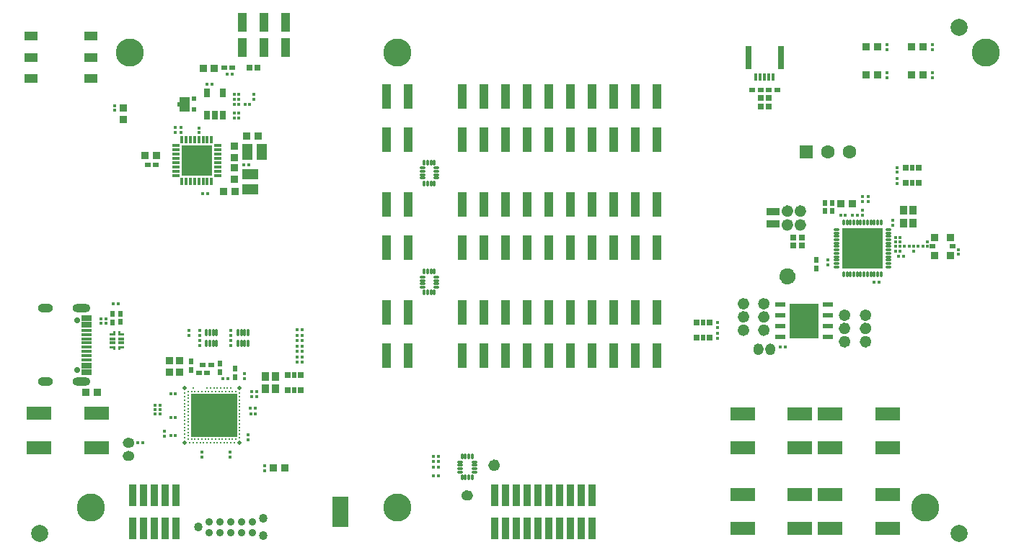
<source format=gts>
G04*
G04 #@! TF.GenerationSoftware,Altium Limited,Altium Designer,24.6.1 (21)*
G04*
G04 Layer_Color=8388736*
%FSLAX24Y24*%
%MOIN*%
G70*
G04*
G04 #@! TF.SameCoordinates,3324350E-0B28-4C73-BA69-32ECCD091292*
G04*
G04*
G04 #@! TF.FilePolarity,Negative*
G04*
G01*
G75*
%ADD69R,0.0236X0.0197*%
%ADD70C,0.0240*%
%ADD71C,0.0551*%
%ADD72R,0.0472X0.0079*%
%ADD73R,0.0079X0.0472*%
%ADD74R,0.0146X0.0157*%
%ADD75R,0.0157X0.0146*%
%ADD76O,0.0295X0.0118*%
%ADD77R,0.0354X0.0335*%
%ADD78R,0.0335X0.0354*%
%ADD79O,0.0358X0.0142*%
%ADD80R,0.0439X0.1169*%
%ADD81R,0.0472X0.0669*%
%ADD82R,0.0276X0.0433*%
%ADD83C,0.0349*%
%ADD84R,0.0488X0.0276*%
%ADD85R,0.0488X0.0157*%
%ADD86R,0.0276X0.0118*%
%ADD87R,0.0295X0.0236*%
%ADD88C,0.0118*%
%ADD89R,0.0374X0.0413*%
%ADD90R,0.0591X0.0335*%
%ADD91O,0.0142X0.0358*%
%ADD92R,0.1402X0.1402*%
%ADD93R,0.0492X0.0217*%
%ADD94R,0.1378X0.1614*%
%ADD95O,0.0114X0.0350*%
%ADD96O,0.0287X0.0118*%
%ADD97O,0.0118X0.0287*%
%ADD98C,0.0181*%
%ADD99C,0.0112*%
%ADD100R,0.2150X0.1992*%
%ADD101O,0.0118X0.0295*%
%ADD102R,0.1890X0.1890*%
%ADD103R,0.0768X0.1398*%
%ADD104R,0.1122X0.0591*%
%ADD105R,0.0630X0.0433*%
%ADD106R,0.0276X0.0256*%
%ADD107R,0.0256X0.0276*%
%ADD108R,0.0276X0.0276*%
%ADD109R,0.0197X0.0276*%
%ADD110R,0.0339X0.0984*%
%ADD111R,0.0441X0.0902*%
%ADD112R,0.0339X0.0359*%
%ADD113R,0.0484X0.0756*%
%ADD114R,0.0756X0.0484*%
%ADD115R,0.0276X0.1063*%
%ADD116R,0.0157X0.0354*%
%ADD117R,0.0354X0.0335*%
%ADD118R,0.0268X0.0236*%
%ADD119C,0.0787*%
%ADD120R,0.0236X0.0295*%
%ADD121R,0.0236X0.0276*%
%ADD122R,0.0276X0.0236*%
%ADD123R,0.0197X0.0197*%
%ADD124C,0.0276*%
%ADD125O,0.0709X0.0394*%
%ADD126O,0.0827X0.0394*%
%ADD127C,0.0630*%
%ADD128R,0.0630X0.0630*%
%ADD129C,0.0406*%
%ADD130C,0.1299*%
%ADD131C,0.0264*%
G36*
X4523Y10131D02*
X4527Y10130D01*
X4530Y10128D01*
X4533Y10125D01*
X4536Y10122D01*
X4538Y10119D01*
X4539Y10115D01*
X4539Y10111D01*
Y10053D01*
X4677D01*
X4681Y10052D01*
X4684Y10051D01*
X4688Y10049D01*
X4691Y10047D01*
X4693Y10044D01*
X4695Y10040D01*
X4696Y10037D01*
X4697Y10033D01*
Y9954D01*
X4696Y9950D01*
X4695Y9946D01*
X4693Y9943D01*
X4691Y9940D01*
X4688Y9938D01*
X4684Y9936D01*
X4681Y9935D01*
X4677Y9934D01*
X4441D01*
X4437Y9935D01*
X4433Y9936D01*
X4430Y9938D01*
X4427Y9940D01*
X4424Y9943D01*
X4422Y9946D01*
X4421Y9950D01*
X4421Y9954D01*
Y10111D01*
X4421Y10115D01*
X4422Y10119D01*
X4424Y10122D01*
X4427Y10125D01*
X4430Y10128D01*
X4433Y10130D01*
X4437Y10131D01*
X4441Y10131D01*
X4519D01*
X4523Y10131D01*
D02*
G37*
G36*
X4287D02*
X4291Y10130D01*
X4294Y10128D01*
X4297Y10125D01*
X4300Y10122D01*
X4301Y10119D01*
X4303Y10115D01*
X4303Y10111D01*
Y9954D01*
X4303Y9950D01*
X4301Y9946D01*
X4300Y9943D01*
X4297Y9940D01*
X4294Y9938D01*
X4291Y9936D01*
X4287Y9935D01*
X4283Y9934D01*
X4047D01*
X4043Y9935D01*
X4039Y9936D01*
X4036Y9938D01*
X4033Y9940D01*
X4031Y9943D01*
X4029Y9946D01*
X4028Y9950D01*
X4027Y9954D01*
Y10033D01*
X4028Y10037D01*
X4029Y10040D01*
X4031Y10044D01*
X4033Y10047D01*
X4036Y10049D01*
X4039Y10051D01*
X4043Y10052D01*
X4047Y10053D01*
X4185D01*
Y10111D01*
X4185Y10115D01*
X4186Y10119D01*
X4188Y10122D01*
X4190Y10125D01*
X4193Y10128D01*
X4197Y10130D01*
X4201Y10131D01*
X4204Y10131D01*
X4283D01*
X4287Y10131D01*
D02*
G37*
G36*
X34036Y9566D02*
X34038Y9566D01*
X34072Y9560D01*
X34074Y9559D01*
X34075Y9559D01*
X34107Y9547D01*
X34109Y9547D01*
X34111Y9546D01*
X34140Y9529D01*
X34142Y9528D01*
X34143Y9527D01*
X34169Y9505D01*
X34171Y9504D01*
X34172Y9502D01*
X34194Y9476D01*
X34195Y9475D01*
X34196Y9474D01*
X34213Y9444D01*
X34214Y9442D01*
X34215Y9441D01*
X34227Y9409D01*
X34227Y9407D01*
X34228Y9405D01*
X34231Y9389D01*
X34231Y9388D01*
X34232Y9382D01*
X34232Y9381D01*
X34232Y9381D01*
X34232Y9380D01*
X34232Y9378D01*
X34232Y9378D01*
X34232Y9377D01*
X34232Y9376D01*
X34232Y9374D01*
X34232Y9374D01*
X34232Y9373D01*
X34228Y9360D01*
X34228Y9360D01*
X34228Y9360D01*
X34227Y9358D01*
X34227Y9357D01*
X34227Y9356D01*
X34226Y9356D01*
X34225Y9355D01*
X34225Y9353D01*
X34224Y9353D01*
X34224Y9353D01*
X34216Y9342D01*
X34215Y9342D01*
X34215Y9342D01*
X34214Y9341D01*
X34213Y9340D01*
X34212Y9340D01*
X34212Y9339D01*
X34211Y9338D01*
X34210Y9338D01*
X34209Y9337D01*
X34209Y9337D01*
X34197Y9332D01*
X34196Y9331D01*
X34196Y9331D01*
X34194Y9331D01*
X34193Y9330D01*
X34193Y9330D01*
X34192Y9330D01*
X34191Y9330D01*
X34189Y9330D01*
X34189Y9330D01*
X34188Y9330D01*
X34182Y9330D01*
X33853Y9330D01*
X33853Y9330D01*
X33847Y9330D01*
X33846Y9330D01*
X33846Y9330D01*
X33844Y9330D01*
X33843Y9330D01*
X33843Y9330D01*
X33842Y9330D01*
X33841Y9331D01*
X33839Y9331D01*
X33839Y9331D01*
X33838Y9332D01*
X33826Y9337D01*
X33826Y9337D01*
X33825Y9338D01*
X33824Y9338D01*
X33823Y9339D01*
X33823Y9340D01*
X33822Y9340D01*
X33821Y9341D01*
X33820Y9342D01*
X33820Y9342D01*
X33819Y9342D01*
X33811Y9353D01*
X33811Y9353D01*
X33810Y9353D01*
X33810Y9355D01*
X33809Y9356D01*
X33809Y9356D01*
X33808Y9357D01*
X33808Y9358D01*
X33807Y9360D01*
X33807Y9360D01*
X33807Y9360D01*
X33804Y9373D01*
X33804Y9374D01*
X33803Y9374D01*
X33803Y9376D01*
X33803Y9377D01*
X33803Y9378D01*
X33803Y9378D01*
X33803Y9380D01*
X33803Y9381D01*
X33803Y9381D01*
X33803Y9382D01*
X33804Y9389D01*
Y9389D01*
X33808Y9405D01*
X33808Y9407D01*
X33808Y9409D01*
X33820Y9441D01*
X33821Y9442D01*
X33822Y9444D01*
X33839Y9474D01*
X33840Y9475D01*
X33841Y9476D01*
X33863Y9502D01*
X33864Y9504D01*
X33866Y9505D01*
X33892Y9527D01*
X33893Y9528D01*
X33895Y9529D01*
X33925Y9546D01*
X33926Y9547D01*
X33928Y9547D01*
X33960Y9559D01*
X33962Y9559D01*
X33963Y9560D01*
X33997Y9566D01*
X33999Y9566D01*
X34000Y9566D01*
X34018Y9566D01*
X34035Y9566D01*
X34036Y9566D01*
D02*
G37*
G36*
X34583Y9562D02*
X34585Y9562D01*
X34619Y9556D01*
X34620Y9556D01*
X34622Y9555D01*
X34654Y9544D01*
X34656Y9543D01*
X34657Y9542D01*
X34687Y9525D01*
X34688Y9524D01*
X34690Y9523D01*
X34716Y9501D01*
X34717Y9500D01*
X34719Y9499D01*
X34741Y9473D01*
X34742Y9471D01*
X34743Y9470D01*
X34760Y9440D01*
X34761Y9439D01*
X34761Y9437D01*
X34773Y9405D01*
X34774Y9403D01*
X34774Y9402D01*
X34777Y9385D01*
X34777Y9385D01*
X34779Y9378D01*
X34779Y9378D01*
X34779Y9377D01*
X34779Y9376D01*
X34779Y9374D01*
X34779Y9374D01*
X34779Y9374D01*
X34779Y9372D01*
X34778Y9371D01*
X34778Y9370D01*
X34778Y9370D01*
X34775Y9357D01*
X34775Y9356D01*
X34775Y9356D01*
X34774Y9355D01*
X34773Y9353D01*
X34773Y9353D01*
X34773Y9352D01*
X34772Y9351D01*
X34771Y9350D01*
X34771Y9349D01*
X34771Y9349D01*
X34762Y9339D01*
X34762Y9339D01*
X34762Y9338D01*
X34761Y9337D01*
X34760Y9336D01*
X34759Y9336D01*
X34759Y9336D01*
X34758Y9335D01*
X34756Y9334D01*
X34756Y9334D01*
X34756Y9334D01*
X34743Y9328D01*
X34743Y9328D01*
X34743Y9328D01*
X34741Y9327D01*
X34740Y9327D01*
X34739Y9327D01*
X34739Y9326D01*
X34737Y9326D01*
X34736Y9326D01*
X34735Y9326D01*
X34735Y9326D01*
X34728Y9326D01*
X34400Y9326D01*
X34400Y9326D01*
X34394Y9326D01*
X34393Y9326D01*
X34393Y9326D01*
X34391Y9326D01*
X34390Y9326D01*
X34389Y9327D01*
X34389Y9327D01*
X34387Y9327D01*
X34386Y9328D01*
X34386Y9328D01*
X34385Y9328D01*
X34373Y9334D01*
X34373Y9334D01*
X34372Y9334D01*
X34371Y9335D01*
X34370Y9336D01*
X34369Y9336D01*
X34369Y9336D01*
X34368Y9337D01*
X34367Y9338D01*
X34367Y9338D01*
X34366Y9339D01*
X34358Y9349D01*
X34357Y9349D01*
X34357Y9350D01*
X34356Y9351D01*
X34355Y9352D01*
X34355Y9353D01*
X34355Y9353D01*
X34355Y9355D01*
X34354Y9356D01*
X34354Y9356D01*
X34354Y9357D01*
X34350Y9370D01*
X34350Y9370D01*
X34350Y9371D01*
X34350Y9372D01*
X34350Y9374D01*
X34350Y9374D01*
X34350Y9374D01*
X34350Y9376D01*
X34350Y9377D01*
X34350Y9378D01*
X34350Y9378D01*
X34351Y9385D01*
Y9385D01*
X34354Y9402D01*
X34355Y9403D01*
X34355Y9405D01*
X34367Y9437D01*
X34368Y9439D01*
X34369Y9440D01*
X34386Y9470D01*
X34387Y9471D01*
X34388Y9473D01*
X34410Y9499D01*
X34411Y9500D01*
X34412Y9501D01*
X34439Y9523D01*
X34440Y9524D01*
X34442Y9525D01*
X34471Y9542D01*
X34473Y9543D01*
X34474Y9544D01*
X34507Y9555D01*
X34508Y9556D01*
X34510Y9556D01*
X34544Y9562D01*
X34545Y9562D01*
X34547Y9562D01*
X34564Y9562D01*
X34581Y9562D01*
X34583Y9562D01*
D02*
G37*
G36*
X34182Y9290D02*
X34188Y9290D01*
X34189Y9290D01*
X34189Y9290D01*
X34191Y9290D01*
X34192Y9290D01*
X34193Y9290D01*
X34193Y9290D01*
X34194Y9289D01*
X34196Y9289D01*
X34196Y9289D01*
X34197Y9289D01*
X34209Y9283D01*
X34209Y9283D01*
X34210Y9283D01*
X34211Y9282D01*
X34212Y9281D01*
X34212Y9281D01*
X34213Y9280D01*
X34214Y9279D01*
X34215Y9278D01*
X34215Y9278D01*
X34216Y9278D01*
X34224Y9267D01*
X34224Y9267D01*
X34225Y9267D01*
X34225Y9265D01*
X34226Y9264D01*
X34227Y9264D01*
X34227Y9263D01*
X34227Y9262D01*
X34228Y9261D01*
X34228Y9260D01*
X34228Y9260D01*
X34232Y9247D01*
X34232Y9246D01*
X34232Y9246D01*
X34232Y9244D01*
X34232Y9243D01*
X34232Y9243D01*
X34232Y9242D01*
X34232Y9241D01*
X34232Y9239D01*
X34232Y9239D01*
X34232Y9238D01*
X34231Y9232D01*
Y9232D01*
X34228Y9215D01*
X34227Y9213D01*
X34227Y9211D01*
X34215Y9179D01*
X34214Y9178D01*
X34213Y9176D01*
X34196Y9147D01*
X34195Y9145D01*
X34194Y9144D01*
X34172Y9118D01*
X34171Y9116D01*
X34169Y9115D01*
X34143Y9093D01*
X34142Y9092D01*
X34140Y9091D01*
X34111Y9074D01*
X34109Y9074D01*
X34107Y9073D01*
X34075Y9061D01*
X34073Y9061D01*
X34072Y9060D01*
X34038Y9054D01*
X34036Y9054D01*
X34035Y9054D01*
X34018Y9054D01*
X34000Y9054D01*
X33999Y9054D01*
X33997Y9054D01*
X33963Y9060D01*
X33962Y9061D01*
X33960Y9061D01*
X33928Y9073D01*
X33926Y9074D01*
X33925Y9074D01*
X33895Y9091D01*
X33893Y9092D01*
X33892Y9093D01*
X33866Y9115D01*
X33864Y9116D01*
X33863Y9118D01*
X33841Y9144D01*
X33840Y9145D01*
X33839Y9147D01*
X33822Y9176D01*
X33821Y9178D01*
X33820Y9179D01*
X33808Y9211D01*
X33808Y9213D01*
X33808Y9215D01*
X33804Y9232D01*
X33804Y9232D01*
X33803Y9238D01*
X33803Y9239D01*
X33803Y9239D01*
X33803Y9241D01*
X33803Y9242D01*
X33803Y9243D01*
X33803Y9243D01*
X33803Y9244D01*
X33803Y9246D01*
X33804Y9246D01*
X33804Y9247D01*
X33807Y9260D01*
X33807Y9260D01*
X33807Y9261D01*
X33808Y9262D01*
X33808Y9263D01*
X33809Y9264D01*
X33809Y9264D01*
X33810Y9265D01*
X33810Y9267D01*
X33811Y9267D01*
X33811Y9267D01*
X33819Y9278D01*
X33820Y9278D01*
X33820Y9278D01*
X33821Y9279D01*
X33822Y9280D01*
X33823Y9281D01*
X33823Y9281D01*
X33824Y9282D01*
X33825Y9283D01*
X33826Y9283D01*
X33826Y9283D01*
X33838Y9289D01*
X33839Y9289D01*
X33839Y9289D01*
X33841Y9289D01*
X33842Y9290D01*
X33843Y9290D01*
X33843Y9290D01*
X33844Y9290D01*
X33846Y9290D01*
X33846Y9290D01*
X33847Y9290D01*
X33853Y9290D01*
X34182Y9290D01*
X34182Y9290D01*
D02*
G37*
G36*
X34728Y9287D02*
X34735Y9287D01*
X34735Y9287D01*
X34736Y9287D01*
X34737Y9287D01*
X34739Y9286D01*
X34739Y9286D01*
X34740Y9286D01*
X34741Y9286D01*
X34743Y9285D01*
X34743Y9285D01*
X34743Y9285D01*
X34756Y9279D01*
X34756Y9279D01*
X34756Y9279D01*
X34758Y9278D01*
X34759Y9277D01*
X34759Y9277D01*
X34760Y9277D01*
X34761Y9276D01*
X34762Y9275D01*
X34762Y9274D01*
X34762Y9274D01*
X34771Y9264D01*
X34771Y9263D01*
X34771Y9263D01*
X34772Y9262D01*
X34773Y9261D01*
X34773Y9260D01*
X34773Y9260D01*
X34774Y9258D01*
X34775Y9257D01*
X34775Y9257D01*
X34775Y9256D01*
X34778Y9243D01*
X34778Y9243D01*
X34778Y9242D01*
X34779Y9241D01*
X34779Y9239D01*
X34779Y9239D01*
X34779Y9238D01*
X34779Y9237D01*
X34779Y9235D01*
X34779Y9235D01*
X34779Y9235D01*
X34777Y9228D01*
Y9228D01*
X34774Y9211D01*
X34774Y9210D01*
X34773Y9208D01*
X34761Y9176D01*
X34761Y9174D01*
X34760Y9173D01*
X34743Y9143D01*
X34742Y9142D01*
X34741Y9140D01*
X34719Y9114D01*
X34717Y9113D01*
X34716Y9112D01*
X34690Y9090D01*
X34688Y9089D01*
X34687Y9088D01*
X34657Y9071D01*
X34656Y9070D01*
X34654Y9069D01*
X34622Y9058D01*
X34620Y9057D01*
X34619Y9057D01*
X34585Y9051D01*
X34583Y9051D01*
X34581Y9050D01*
X34564Y9050D01*
X34547Y9050D01*
X34545Y9051D01*
X34544Y9051D01*
X34510Y9057D01*
X34508Y9057D01*
X34507Y9058D01*
X34474Y9069D01*
X34473Y9070D01*
X34471Y9071D01*
X34442Y9088D01*
X34440Y9089D01*
X34439Y9090D01*
X34412Y9112D01*
X34411Y9113D01*
X34410Y9114D01*
X34388Y9140D01*
X34387Y9142D01*
X34386Y9143D01*
X34369Y9173D01*
X34368Y9174D01*
X34367Y9176D01*
X34355Y9208D01*
X34355Y9209D01*
X34354Y9211D01*
X34351Y9228D01*
X34351Y9228D01*
X34350Y9235D01*
X34350Y9235D01*
X34350Y9235D01*
X34350Y9237D01*
X34350Y9238D01*
X34350Y9239D01*
X34350Y9239D01*
X34350Y9241D01*
X34350Y9242D01*
X34350Y9243D01*
X34350Y9243D01*
X34354Y9256D01*
X34354Y9257D01*
X34354Y9257D01*
X34355Y9258D01*
X34355Y9260D01*
X34355Y9260D01*
X34355Y9261D01*
X34356Y9262D01*
X34357Y9263D01*
X34357Y9263D01*
X34358Y9264D01*
X34366Y9274D01*
X34367Y9274D01*
X34367Y9275D01*
X34368Y9276D01*
X34369Y9277D01*
X34369Y9277D01*
X34370Y9277D01*
X34371Y9278D01*
X34372Y9279D01*
X34373Y9279D01*
X34373Y9279D01*
X34385Y9285D01*
X34386Y9285D01*
X34386Y9285D01*
X34387Y9286D01*
X34389Y9286D01*
X34389Y9286D01*
X34390Y9286D01*
X34391Y9287D01*
X34393Y9287D01*
X34393Y9287D01*
X34394Y9287D01*
X34400Y9287D01*
X34728Y9287D01*
X34728Y9287D01*
D02*
G37*
G36*
X4681Y9462D02*
X4684Y9460D01*
X4688Y9459D01*
X4691Y9456D01*
X4693Y9453D01*
X4695Y9450D01*
X4696Y9446D01*
X4697Y9442D01*
Y9363D01*
X4696Y9360D01*
X4695Y9356D01*
X4693Y9352D01*
X4691Y9349D01*
X4688Y9347D01*
X4684Y9345D01*
X4681Y9344D01*
X4677Y9344D01*
X4539D01*
Y9285D01*
X4539Y9281D01*
X4538Y9277D01*
X4536Y9274D01*
X4533Y9271D01*
X4530Y9268D01*
X4527Y9266D01*
X4523Y9265D01*
X4519Y9265D01*
X4441D01*
X4437Y9265D01*
X4433Y9266D01*
X4430Y9268D01*
X4427Y9271D01*
X4424Y9274D01*
X4422Y9277D01*
X4421Y9281D01*
X4421Y9285D01*
Y9442D01*
X4421Y9446D01*
X4422Y9450D01*
X4424Y9453D01*
X4427Y9456D01*
X4430Y9459D01*
X4433Y9460D01*
X4437Y9462D01*
X4441Y9462D01*
X4677D01*
X4681Y9462D01*
D02*
G37*
G36*
X4287D02*
X4291Y9460D01*
X4294Y9459D01*
X4297Y9456D01*
X4300Y9453D01*
X4301Y9450D01*
X4303Y9446D01*
X4303Y9442D01*
Y9285D01*
X4303Y9281D01*
X4301Y9277D01*
X4300Y9274D01*
X4297Y9271D01*
X4294Y9268D01*
X4291Y9266D01*
X4287Y9265D01*
X4283Y9265D01*
X4204D01*
X4201Y9265D01*
X4197Y9266D01*
X4193Y9268D01*
X4190Y9271D01*
X4188Y9274D01*
X4186Y9277D01*
X4185Y9281D01*
X4185Y9285D01*
Y9344D01*
X4047D01*
X4043Y9344D01*
X4039Y9345D01*
X4036Y9347D01*
X4033Y9349D01*
X4031Y9352D01*
X4029Y9356D01*
X4028Y9360D01*
X4027Y9363D01*
Y9442D01*
X4028Y9446D01*
X4029Y9450D01*
X4031Y9453D01*
X4033Y9456D01*
X4036Y9459D01*
X4039Y9460D01*
X4043Y9462D01*
X4047Y9462D01*
X4283D01*
X4287Y9462D01*
D02*
G37*
G36*
X4971Y5189D02*
X4973Y5189D01*
X4973Y5189D01*
X4974Y5189D01*
X4980Y5187D01*
X4980D01*
X4997Y5184D01*
X4999Y5184D01*
X5000Y5183D01*
X5032Y5172D01*
X5034Y5171D01*
X5036Y5170D01*
X5065Y5153D01*
X5066Y5152D01*
X5068Y5151D01*
X5094Y5129D01*
X5095Y5127D01*
X5096Y5126D01*
X5118Y5100D01*
X5119Y5098D01*
X5120Y5097D01*
X5137Y5067D01*
X5138Y5066D01*
X5139Y5064D01*
X5151Y5032D01*
X5151Y5030D01*
X5151Y5029D01*
X5157Y4995D01*
X5158Y4993D01*
X5158Y4992D01*
X5158Y4974D01*
X5158Y4957D01*
X5158Y4956D01*
X5157Y4954D01*
X5151Y4920D01*
X5151Y4918D01*
X5151Y4917D01*
X5139Y4885D01*
X5138Y4883D01*
X5137Y4881D01*
X5120Y4852D01*
X5119Y4850D01*
X5118Y4849D01*
X5096Y4823D01*
X5095Y4821D01*
X5094Y4820D01*
X5068Y4798D01*
X5067Y4797D01*
X5065Y4796D01*
X5036Y4779D01*
X5034Y4778D01*
X5032Y4777D01*
X5000Y4765D01*
X4999Y4765D01*
X4997Y4764D01*
X4980Y4761D01*
X4980Y4761D01*
X4974Y4760D01*
X4973Y4760D01*
X4973Y4760D01*
X4971Y4760D01*
X4970Y4760D01*
X4969Y4760D01*
X4969Y4760D01*
X4967Y4760D01*
X4966Y4760D01*
X4965Y4760D01*
X4965Y4760D01*
X4952Y4764D01*
X4952Y4764D01*
X4951Y4764D01*
X4950Y4765D01*
X4948Y4765D01*
X4948Y4765D01*
X4948Y4766D01*
X4946Y4766D01*
X4945Y4767D01*
X4945Y4768D01*
X4944Y4768D01*
X4934Y4776D01*
X4934Y4777D01*
X4933Y4777D01*
X4932Y4778D01*
X4931Y4779D01*
X4931Y4780D01*
X4931Y4780D01*
X4930Y4781D01*
X4929Y4782D01*
X4929Y4783D01*
X4929Y4783D01*
X4923Y4795D01*
X4923Y4796D01*
X4923Y4796D01*
X4922Y4798D01*
X4922Y4799D01*
X4922Y4799D01*
X4922Y4800D01*
X4922Y4801D01*
X4921Y4803D01*
X4921Y4803D01*
X4921Y4804D01*
X4921Y4810D01*
X4921Y5138D01*
X4921Y5138D01*
X4921Y5145D01*
X4921Y5146D01*
X4921Y5146D01*
X4922Y5148D01*
X4922Y5149D01*
X4922Y5149D01*
X4922Y5150D01*
X4922Y5151D01*
X4923Y5153D01*
X4923Y5153D01*
X4923Y5154D01*
X4929Y5166D01*
X4929Y5166D01*
X4929Y5166D01*
X4930Y5168D01*
X4931Y5169D01*
X4931Y5169D01*
X4931Y5170D01*
X4932Y5171D01*
X4933Y5172D01*
X4934Y5172D01*
X4934Y5172D01*
X4944Y5181D01*
X4945Y5181D01*
X4945Y5182D01*
X4946Y5182D01*
X4948Y5183D01*
X4948Y5183D01*
X4948Y5184D01*
X4950Y5184D01*
X4951Y5185D01*
X4952Y5185D01*
X4952Y5185D01*
X4965Y5188D01*
X4965Y5188D01*
X4966Y5189D01*
X4967Y5189D01*
X4969Y5189D01*
X4969Y5189D01*
X4970Y5189D01*
X4971Y5189D01*
D02*
G37*
G36*
X4834Y5189D02*
X4835Y5189D01*
X4836Y5189D01*
X4838Y5189D01*
X4838Y5188D01*
X4838Y5188D01*
X4851Y5185D01*
X4852Y5185D01*
X4852Y5185D01*
X4854Y5184D01*
X4855Y5184D01*
X4855Y5183D01*
X4856Y5183D01*
X4857Y5182D01*
X4858Y5182D01*
X4859Y5181D01*
X4859Y5181D01*
X4869Y5172D01*
X4870Y5172D01*
X4870Y5172D01*
X4871Y5171D01*
X4872Y5170D01*
X4872Y5169D01*
X4873Y5169D01*
X4873Y5168D01*
X4874Y5166D01*
X4874Y5166D01*
X4875Y5166D01*
X4880Y5154D01*
X4880Y5153D01*
X4881Y5153D01*
X4881Y5151D01*
X4882Y5150D01*
X4882Y5149D01*
X4882Y5149D01*
X4882Y5148D01*
X4882Y5146D01*
X4882Y5146D01*
X4882Y5145D01*
X4882Y5138D01*
X4882Y4810D01*
X4882Y4810D01*
X4882Y4804D01*
X4882Y4803D01*
X4882Y4803D01*
X4882Y4801D01*
X4882Y4800D01*
X4882Y4799D01*
X4882Y4799D01*
X4881Y4798D01*
X4881Y4796D01*
X4880Y4796D01*
X4880Y4795D01*
X4875Y4783D01*
X4874Y4783D01*
X4874Y4782D01*
X4873Y4781D01*
X4873Y4780D01*
X4872Y4780D01*
X4872Y4779D01*
X4871Y4778D01*
X4870Y4777D01*
X4870Y4777D01*
X4869Y4776D01*
X4859Y4768D01*
X4859Y4768D01*
X4858Y4767D01*
X4857Y4766D01*
X4856Y4766D01*
X4855Y4765D01*
X4855Y4765D01*
X4854Y4765D01*
X4852Y4764D01*
X4852Y4764D01*
X4851Y4764D01*
X4838Y4760D01*
X4838Y4760D01*
X4838Y4760D01*
X4836Y4760D01*
X4835Y4760D01*
X4834Y4760D01*
X4834Y4760D01*
X4832Y4760D01*
X4831Y4760D01*
X4830Y4760D01*
X4830Y4760D01*
X4823Y4761D01*
X4823D01*
X4806Y4764D01*
X4805Y4765D01*
X4803Y4765D01*
X4771Y4777D01*
X4769Y4778D01*
X4768Y4779D01*
X4738Y4796D01*
X4737Y4797D01*
X4735Y4798D01*
X4709Y4820D01*
X4708Y4821D01*
X4707Y4823D01*
X4685Y4849D01*
X4684Y4850D01*
X4683Y4852D01*
X4666Y4881D01*
X4665Y4883D01*
X4664Y4885D01*
X4653Y4917D01*
X4652Y4918D01*
X4652Y4920D01*
X4646Y4954D01*
X4646Y4956D01*
X4646Y4957D01*
X4646Y4974D01*
X4646Y4992D01*
X4646Y4993D01*
X4646Y4995D01*
X4652Y5029D01*
X4652Y5030D01*
X4653Y5032D01*
X4664Y5064D01*
X4665Y5066D01*
X4666Y5067D01*
X4683Y5097D01*
X4684Y5099D01*
X4685Y5100D01*
X4707Y5126D01*
X4708Y5127D01*
X4709Y5129D01*
X4735Y5151D01*
X4737Y5152D01*
X4738Y5153D01*
X4768Y5170D01*
X4769Y5171D01*
X4771Y5172D01*
X4803Y5183D01*
X4805Y5184D01*
X4806Y5184D01*
X4823Y5187D01*
X4823Y5188D01*
X4830Y5189D01*
X4830Y5189D01*
X4831Y5189D01*
X4832Y5189D01*
X4834Y5189D01*
X4834Y5189D01*
D02*
G37*
G36*
X4971Y4580D02*
X4973Y4580D01*
X4973Y4580D01*
X4974Y4580D01*
X4980Y4579D01*
X4980D01*
X4997Y4576D01*
X4999Y4575D01*
X5000Y4575D01*
X5032Y4563D01*
X5034Y4562D01*
X5036Y4561D01*
X5065Y4544D01*
X5066Y4543D01*
X5068Y4542D01*
X5094Y4520D01*
X5095Y4519D01*
X5096Y4517D01*
X5118Y4491D01*
X5119Y4490D01*
X5120Y4488D01*
X5137Y4459D01*
X5138Y4457D01*
X5139Y4455D01*
X5151Y4423D01*
X5151Y4422D01*
X5151Y4420D01*
X5157Y4386D01*
X5158Y4384D01*
X5158Y4383D01*
X5158Y4366D01*
X5158Y4348D01*
X5158Y4347D01*
X5157Y4345D01*
X5151Y4311D01*
X5151Y4310D01*
X5151Y4308D01*
X5139Y4276D01*
X5138Y4274D01*
X5137Y4273D01*
X5120Y4243D01*
X5119Y4241D01*
X5118Y4240D01*
X5096Y4214D01*
X5095Y4213D01*
X5094Y4211D01*
X5068Y4189D01*
X5067Y4188D01*
X5065Y4187D01*
X5036Y4170D01*
X5034Y4169D01*
X5032Y4168D01*
X5000Y4157D01*
X4999Y4156D01*
X4997Y4156D01*
X4980Y4153D01*
X4980Y4153D01*
X4974Y4151D01*
X4973Y4151D01*
X4973Y4151D01*
X4971Y4151D01*
X4970Y4151D01*
X4969Y4151D01*
X4969Y4151D01*
X4967Y4151D01*
X4966Y4151D01*
X4965Y4152D01*
X4965Y4152D01*
X4952Y4155D01*
X4952Y4155D01*
X4951Y4155D01*
X4950Y4156D01*
X4948Y4156D01*
X4948Y4157D01*
X4948Y4157D01*
X4946Y4158D01*
X4945Y4158D01*
X4945Y4159D01*
X4944Y4159D01*
X4934Y4168D01*
X4934Y4168D01*
X4933Y4168D01*
X4932Y4169D01*
X4931Y4170D01*
X4931Y4171D01*
X4931Y4171D01*
X4930Y4172D01*
X4929Y4174D01*
X4929Y4174D01*
X4929Y4174D01*
X4923Y4186D01*
X4923Y4187D01*
X4923Y4187D01*
X4922Y4189D01*
X4922Y4190D01*
X4922Y4191D01*
X4922Y4191D01*
X4922Y4192D01*
X4921Y4194D01*
X4921Y4194D01*
X4921Y4195D01*
X4921Y4202D01*
X4921Y4530D01*
X4921Y4530D01*
X4921Y4536D01*
X4921Y4537D01*
X4921Y4537D01*
X4922Y4539D01*
X4922Y4540D01*
X4922Y4541D01*
X4922Y4541D01*
X4922Y4542D01*
X4923Y4544D01*
X4923Y4544D01*
X4923Y4545D01*
X4929Y4557D01*
X4929Y4557D01*
X4929Y4558D01*
X4930Y4559D01*
X4931Y4560D01*
X4931Y4561D01*
X4931Y4561D01*
X4932Y4562D01*
X4933Y4563D01*
X4934Y4563D01*
X4934Y4564D01*
X4944Y4572D01*
X4945Y4572D01*
X4945Y4573D01*
X4946Y4574D01*
X4948Y4574D01*
X4948Y4575D01*
X4948Y4575D01*
X4950Y4575D01*
X4951Y4576D01*
X4952Y4576D01*
X4952Y4576D01*
X4965Y4580D01*
X4965Y4580D01*
X4966Y4580D01*
X4967Y4580D01*
X4969Y4580D01*
X4969Y4580D01*
X4970Y4580D01*
X4971Y4580D01*
D02*
G37*
G36*
X4834Y4580D02*
X4835Y4580D01*
X4836Y4580D01*
X4838Y4580D01*
X4838Y4580D01*
X4838Y4580D01*
X4851Y4576D01*
X4852Y4576D01*
X4852Y4576D01*
X4854Y4575D01*
X4855Y4575D01*
X4855Y4575D01*
X4856Y4574D01*
X4857Y4574D01*
X4858Y4573D01*
X4859Y4572D01*
X4859Y4572D01*
X4869Y4564D01*
X4870Y4563D01*
X4870Y4563D01*
X4871Y4562D01*
X4872Y4561D01*
X4872Y4561D01*
X4873Y4560D01*
X4873Y4559D01*
X4874Y4558D01*
X4874Y4557D01*
X4875Y4557D01*
X4880Y4545D01*
X4880Y4544D01*
X4881Y4544D01*
X4881Y4542D01*
X4882Y4541D01*
X4882Y4541D01*
X4882Y4540D01*
X4882Y4539D01*
X4882Y4537D01*
X4882Y4537D01*
X4882Y4536D01*
X4882Y4530D01*
X4882Y4202D01*
X4882Y4202D01*
X4882Y4195D01*
X4882Y4194D01*
X4882Y4194D01*
X4882Y4193D01*
X4882Y4191D01*
X4882Y4191D01*
X4882Y4190D01*
X4881Y4189D01*
X4881Y4187D01*
X4880Y4187D01*
X4880Y4186D01*
X4875Y4174D01*
X4874Y4174D01*
X4874Y4174D01*
X4873Y4172D01*
X4873Y4171D01*
X4872Y4171D01*
X4872Y4170D01*
X4871Y4169D01*
X4870Y4168D01*
X4870Y4168D01*
X4869Y4168D01*
X4859Y4159D01*
X4859Y4159D01*
X4858Y4158D01*
X4857Y4158D01*
X4856Y4157D01*
X4855Y4157D01*
X4855Y4156D01*
X4854Y4156D01*
X4852Y4155D01*
X4852Y4155D01*
X4851Y4155D01*
X4838Y4152D01*
X4838Y4152D01*
X4838Y4151D01*
X4836Y4151D01*
X4835Y4151D01*
X4834Y4151D01*
X4834Y4151D01*
X4832Y4151D01*
X4831Y4151D01*
X4830Y4151D01*
X4830Y4151D01*
X4823Y4153D01*
X4823D01*
X4806Y4156D01*
X4805Y4156D01*
X4803Y4157D01*
X4771Y4168D01*
X4769Y4169D01*
X4768Y4170D01*
X4738Y4187D01*
X4737Y4188D01*
X4735Y4189D01*
X4709Y4211D01*
X4708Y4213D01*
X4707Y4214D01*
X4685Y4240D01*
X4684Y4242D01*
X4683Y4243D01*
X4666Y4273D01*
X4665Y4274D01*
X4664Y4276D01*
X4653Y4308D01*
X4652Y4310D01*
X4652Y4311D01*
X4646Y4345D01*
X4646Y4347D01*
X4646Y4348D01*
X4646Y4366D01*
X4646Y4383D01*
X4646Y4384D01*
X4646Y4386D01*
X4652Y4420D01*
X4652Y4422D01*
X4653Y4423D01*
X4664Y4455D01*
X4665Y4457D01*
X4666Y4459D01*
X4683Y4488D01*
X4684Y4490D01*
X4685Y4491D01*
X4707Y4517D01*
X4708Y4519D01*
X4709Y4520D01*
X4735Y4542D01*
X4737Y4543D01*
X4738Y4544D01*
X4768Y4561D01*
X4769Y4562D01*
X4771Y4563D01*
X4803Y4575D01*
X4805Y4575D01*
X4806Y4576D01*
X4823Y4579D01*
X4823Y4579D01*
X4830Y4580D01*
X4830Y4580D01*
X4831Y4580D01*
X4832Y4580D01*
X4834Y4580D01*
X4834Y4580D01*
D02*
G37*
G36*
X20623Y2754D02*
X20624Y2754D01*
X20625Y2754D01*
X20625Y2754D01*
X20632Y2752D01*
X20632D01*
X20648Y2749D01*
X20650Y2749D01*
X20652Y2748D01*
X20684Y2737D01*
X20685Y2736D01*
X20687Y2735D01*
X20717Y2718D01*
X20718Y2717D01*
X20719Y2716D01*
X20746Y2694D01*
X20747Y2692D01*
X20748Y2691D01*
X20770Y2665D01*
X20771Y2663D01*
X20772Y2662D01*
X20789Y2632D01*
X20790Y2631D01*
X20790Y2629D01*
X20802Y2597D01*
X20803Y2595D01*
X20803Y2594D01*
X20809Y2560D01*
X20809Y2558D01*
X20809Y2557D01*
X20809Y2539D01*
X20809Y2522D01*
X20809Y2521D01*
X20809Y2519D01*
X20803Y2485D01*
X20803Y2483D01*
X20802Y2482D01*
X20790Y2450D01*
X20790Y2448D01*
X20789Y2446D01*
X20772Y2417D01*
X20771Y2415D01*
X20770Y2414D01*
X20748Y2388D01*
X20747Y2386D01*
X20746Y2385D01*
X20719Y2363D01*
X20718Y2362D01*
X20717Y2361D01*
X20687Y2344D01*
X20685Y2343D01*
X20684Y2342D01*
X20652Y2330D01*
X20650Y2330D01*
X20648Y2329D01*
X20632Y2326D01*
X20632Y2326D01*
X20625Y2325D01*
X20625Y2325D01*
X20624Y2325D01*
X20623Y2325D01*
X20621Y2325D01*
X20621Y2325D01*
X20620Y2325D01*
X20619Y2325D01*
X20617Y2325D01*
X20617Y2325D01*
X20616Y2325D01*
X20603Y2329D01*
X20603Y2329D01*
X20603Y2329D01*
X20601Y2330D01*
X20600Y2330D01*
X20599Y2330D01*
X20599Y2331D01*
X20598Y2331D01*
X20597Y2332D01*
X20596Y2332D01*
X20596Y2333D01*
X20586Y2341D01*
X20585Y2342D01*
X20585Y2342D01*
X20584Y2343D01*
X20583Y2344D01*
X20583Y2344D01*
X20582Y2345D01*
X20582Y2346D01*
X20581Y2347D01*
X20581Y2348D01*
X20580Y2348D01*
X20575Y2360D01*
X20574Y2361D01*
X20574Y2361D01*
X20574Y2362D01*
X20573Y2364D01*
X20573Y2364D01*
X20573Y2365D01*
X20573Y2366D01*
X20573Y2368D01*
X20573Y2368D01*
X20573Y2369D01*
X20573Y2375D01*
X20573Y2703D01*
X20573Y2703D01*
X20573Y2710D01*
X20573Y2711D01*
X20573Y2711D01*
X20573Y2712D01*
X20573Y2714D01*
X20573Y2714D01*
X20573Y2715D01*
X20574Y2716D01*
X20574Y2718D01*
X20574Y2718D01*
X20575Y2718D01*
X20580Y2731D01*
X20581Y2731D01*
X20581Y2731D01*
X20582Y2733D01*
X20582Y2734D01*
X20583Y2734D01*
X20583Y2735D01*
X20584Y2736D01*
X20585Y2737D01*
X20585Y2737D01*
X20586Y2737D01*
X20596Y2746D01*
X20596Y2746D01*
X20597Y2747D01*
X20598Y2747D01*
X20599Y2748D01*
X20599Y2748D01*
X20600Y2749D01*
X20601Y2749D01*
X20603Y2750D01*
X20603Y2750D01*
X20603Y2750D01*
X20616Y2753D01*
X20617Y2753D01*
X20617Y2754D01*
X20619Y2754D01*
X20620Y2754D01*
X20621Y2754D01*
X20621Y2754D01*
X20623Y2754D01*
D02*
G37*
G36*
X20486Y2754D02*
X20486Y2754D01*
X20488Y2754D01*
X20489Y2754D01*
X20489Y2753D01*
X20490Y2753D01*
X20503Y2750D01*
X20503Y2750D01*
X20504Y2750D01*
X20505Y2749D01*
X20506Y2749D01*
X20507Y2748D01*
X20507Y2748D01*
X20509Y2747D01*
X20510Y2747D01*
X20510Y2746D01*
X20511Y2746D01*
X20521Y2737D01*
X20521Y2737D01*
X20521Y2737D01*
X20522Y2736D01*
X20524Y2735D01*
X20524Y2734D01*
X20524Y2734D01*
X20525Y2733D01*
X20526Y2731D01*
X20526Y2731D01*
X20526Y2731D01*
X20532Y2718D01*
X20532Y2718D01*
X20532Y2718D01*
X20533Y2716D01*
X20533Y2715D01*
X20533Y2714D01*
X20533Y2714D01*
X20533Y2712D01*
X20534Y2711D01*
X20534Y2711D01*
X20534Y2710D01*
X20534Y2703D01*
X20534Y2375D01*
X20534Y2375D01*
X20534Y2369D01*
X20534Y2368D01*
X20534Y2368D01*
X20533Y2366D01*
X20533Y2365D01*
X20533Y2364D01*
X20533Y2364D01*
X20533Y2362D01*
X20532Y2361D01*
X20532Y2361D01*
X20532Y2360D01*
X20526Y2348D01*
X20526Y2348D01*
X20526Y2347D01*
X20525Y2346D01*
X20524Y2345D01*
X20524Y2344D01*
X20524Y2344D01*
X20522Y2343D01*
X20521Y2342D01*
X20521Y2342D01*
X20521Y2341D01*
X20511Y2333D01*
X20510Y2332D01*
X20510Y2332D01*
X20509Y2331D01*
X20507Y2331D01*
X20507Y2330D01*
X20506Y2330D01*
X20505Y2330D01*
X20504Y2329D01*
X20503Y2329D01*
X20503Y2329D01*
X20490Y2325D01*
X20489Y2325D01*
X20489Y2325D01*
X20488Y2325D01*
X20486Y2325D01*
X20486Y2325D01*
X20485Y2325D01*
X20484Y2325D01*
X20482Y2325D01*
X20482Y2325D01*
X20481Y2325D01*
X20475Y2326D01*
X20475D01*
X20458Y2329D01*
X20456Y2330D01*
X20455Y2330D01*
X20422Y2342D01*
X20421Y2343D01*
X20419Y2344D01*
X20390Y2361D01*
X20388Y2362D01*
X20387Y2363D01*
X20361Y2385D01*
X20360Y2386D01*
X20358Y2388D01*
X20336Y2414D01*
X20335Y2415D01*
X20334Y2417D01*
X20317Y2446D01*
X20317Y2448D01*
X20316Y2450D01*
X20304Y2482D01*
X20304Y2483D01*
X20303Y2485D01*
X20297Y2519D01*
X20297Y2521D01*
X20297Y2522D01*
X20297Y2539D01*
X20297Y2557D01*
X20297Y2558D01*
X20297Y2560D01*
X20303Y2594D01*
X20304Y2595D01*
X20304Y2597D01*
X20316Y2629D01*
X20317Y2631D01*
X20317Y2632D01*
X20334Y2662D01*
X20335Y2663D01*
X20336Y2665D01*
X20358Y2691D01*
X20360Y2692D01*
X20361Y2694D01*
X20387Y2716D01*
X20388Y2717D01*
X20390Y2718D01*
X20419Y2735D01*
X20421Y2736D01*
X20422Y2737D01*
X20455Y2748D01*
X20456Y2749D01*
X20458Y2749D01*
X20475Y2752D01*
X20475Y2752D01*
X20481Y2754D01*
X20482Y2754D01*
X20482Y2754D01*
X20484Y2754D01*
X20485Y2754D01*
X20486Y2754D01*
D02*
G37*
D69*
X7913Y20920D02*
D03*
Y20408D02*
D03*
D70*
X38157Y10886D02*
G03*
X38157Y10886I-157J0D01*
G01*
X38078D02*
G03*
X38078Y10886I-79J0D01*
G01*
X21881Y3936D02*
G03*
X21881Y3936I-79J0D01*
G01*
X21959D02*
G03*
X21959Y3936I-157J0D01*
G01*
X39126Y9658D02*
G03*
X39126Y9658I-157J0D01*
G01*
X39047D02*
G03*
X39047Y9658I-79J0D01*
G01*
X39126Y10274D02*
G03*
X39126Y10274I-157J0D01*
G01*
X39047D02*
G03*
X39047Y10274I-79J0D01*
G01*
X39126Y10886D02*
G03*
X39126Y10886I-157J0D01*
G01*
X39047D02*
G03*
X39047Y10886I-79J0D01*
G01*
X33484Y11416D02*
G03*
X33484Y11416I-157J0D01*
G01*
X33405D02*
G03*
X33405Y11416I-79J0D01*
G01*
X33484Y10808D02*
G03*
X33484Y10808I-157J0D01*
G01*
X33405D02*
G03*
X33405Y10808I-79J0D01*
G01*
X33484Y10191D02*
G03*
X33484Y10191I-157J0D01*
G01*
X33405D02*
G03*
X33405Y10191I-79J0D01*
G01*
X34346Y10195D02*
G03*
X34346Y10195I-79J0D01*
G01*
X34425D02*
G03*
X34425Y10195I-157J0D01*
G01*
X38078Y10274D02*
G03*
X38078Y10274I-79J0D01*
G01*
X38157D02*
G03*
X38157Y10274I-157J0D01*
G01*
X34346Y11416D02*
G03*
X34346Y11416I-79J0D01*
G01*
X34425D02*
G03*
X34425Y11416I-157J0D01*
G01*
X34346Y10805D02*
G03*
X34346Y10805I-79J0D01*
G01*
X34425D02*
G03*
X34425Y10805I-157J0D01*
G01*
X38078Y9658D02*
G03*
X38078Y9658I-79J0D01*
G01*
X38157D02*
G03*
X38157Y9658I-157J0D01*
G01*
X34680Y9267D02*
G03*
X34680Y9267I-116J0D01*
G01*
Y9346D02*
G03*
X34680Y9346I-116J0D01*
G01*
X34134Y9271D02*
G03*
X34134Y9271I-116J0D01*
G01*
Y9349D02*
G03*
X34134Y9349I-116J0D01*
G01*
X4978Y4974D02*
G03*
X4978Y4974I-116J0D01*
G01*
X5057D02*
G03*
X5057Y4974I-116J0D01*
G01*
X36112Y15067D02*
G03*
X36112Y15067I-157J0D01*
G01*
X36033D02*
G03*
X36033Y15067I-79J0D01*
G01*
X36112Y15705D02*
G03*
X36112Y15705I-157J0D01*
G01*
X36033D02*
G03*
X36033Y15705I-79J0D01*
G01*
X35434Y15066D02*
G03*
X35434Y15066I-79J0D01*
G01*
X35513D02*
G03*
X35513Y15066I-157J0D01*
G01*
X35434Y15706D02*
G03*
X35434Y15706I-79J0D01*
G01*
X35513D02*
G03*
X35513Y15706I-157J0D01*
G01*
X4978Y4366D02*
G03*
X4978Y4366I-116J0D01*
G01*
X5057D02*
G03*
X5057Y4366I-116J0D01*
G01*
X20709Y2539D02*
G03*
X20709Y2539I-116J0D01*
G01*
X20630D02*
G03*
X20630Y2539I-116J0D01*
G01*
D71*
X35454Y12681D02*
G03*
X35454Y12681I-98J0D01*
G01*
D72*
X34564Y9306D02*
D03*
X34018Y9310D02*
D03*
D73*
X4902Y4974D02*
D03*
Y4366D02*
D03*
X20553Y2539D02*
D03*
D74*
X41386Y14067D02*
D03*
X41610D02*
D03*
X40350Y14272D02*
D03*
X40574D02*
D03*
Y13838D02*
D03*
X40350D02*
D03*
X40498Y13612D02*
D03*
X40722D02*
D03*
X10236Y17860D02*
D03*
X8523Y21579D02*
D03*
X19002Y3458D02*
D03*
X19226D02*
D03*
X19002Y4360D02*
D03*
X19226D02*
D03*
X19002Y3849D02*
D03*
X19226D02*
D03*
X19002Y4104D02*
D03*
X19226D02*
D03*
X9692Y22043D02*
D03*
X9467D02*
D03*
X40350Y14067D02*
D03*
X40574D02*
D03*
X12914Y9950D02*
D03*
X12689D02*
D03*
X12914Y10200D02*
D03*
X12689D02*
D03*
X8557Y16501D02*
D03*
X8332D02*
D03*
X10281Y20664D02*
D03*
X10506D02*
D03*
X9779D02*
D03*
X10004D02*
D03*
X6139Y6500D02*
D03*
X6364D02*
D03*
Y6700D02*
D03*
X6139D02*
D03*
X10004Y20260D02*
D03*
X9779D02*
D03*
X5342Y4974D02*
D03*
X5567D02*
D03*
X12689Y9200D02*
D03*
X12914D02*
D03*
X12689Y9450D02*
D03*
X12914D02*
D03*
X12689Y9700D02*
D03*
X12914D02*
D03*
X12689Y8950D02*
D03*
X12914D02*
D03*
Y8700D02*
D03*
X12689D02*
D03*
X10541Y6570D02*
D03*
X10766D02*
D03*
X40766Y14067D02*
D03*
X40990D02*
D03*
X10461Y17860D02*
D03*
X10004Y20024D02*
D03*
X9779D02*
D03*
X6139Y6300D02*
D03*
X6364D02*
D03*
X8748Y21579D02*
D03*
X4423Y11427D02*
D03*
X4199D02*
D03*
X9496Y7935D02*
D03*
X9272D02*
D03*
X10769Y6330D02*
D03*
X10544D02*
D03*
X35260Y9410D02*
D03*
X35035D02*
D03*
X6852Y5315D02*
D03*
X7076D02*
D03*
X6852Y6131D02*
D03*
X7076D02*
D03*
X6852Y7245D02*
D03*
X7076D02*
D03*
X37810Y15527D02*
D03*
X38034D02*
D03*
X39594Y12428D02*
D03*
X39370D02*
D03*
X40350Y14468D02*
D03*
X40574D02*
D03*
X38360Y15527D02*
D03*
X38585D02*
D03*
D75*
X41811Y14067D02*
D03*
Y14291D02*
D03*
X11202Y3688D02*
D03*
X4252Y20589D02*
D03*
Y20365D02*
D03*
X10009Y21121D02*
D03*
Y20896D02*
D03*
X40442Y17220D02*
D03*
Y16996D02*
D03*
X7076Y19363D02*
D03*
Y19588D02*
D03*
X7330Y19363D02*
D03*
Y19588D02*
D03*
X42055Y23412D02*
D03*
Y23188D02*
D03*
X39955Y23412D02*
D03*
Y23188D02*
D03*
X7706Y9961D02*
D03*
Y10185D02*
D03*
X6562Y5505D02*
D03*
Y5280D02*
D03*
X32123Y10042D02*
D03*
Y9817D02*
D03*
X40442Y17499D02*
D03*
Y17724D02*
D03*
X32120Y10330D02*
D03*
Y10555D02*
D03*
X10417Y5337D02*
D03*
Y5112D02*
D03*
X11202Y3912D02*
D03*
X42055Y22112D02*
D03*
Y21888D02*
D03*
X39955Y22112D02*
D03*
Y21888D02*
D03*
X38832Y16379D02*
D03*
Y16154D02*
D03*
X10703Y21121D02*
D03*
Y20896D02*
D03*
X8188Y9474D02*
D03*
Y9698D02*
D03*
X9783Y20896D02*
D03*
Y21121D02*
D03*
X3868Y10498D02*
D03*
Y10722D02*
D03*
X43260Y13923D02*
D03*
Y13699D02*
D03*
X10274Y8167D02*
D03*
Y7942D02*
D03*
X10594Y7122D02*
D03*
Y7347D02*
D03*
X9584Y4312D02*
D03*
Y4537D02*
D03*
X10811Y7347D02*
D03*
Y7122D02*
D03*
X3632Y10722D02*
D03*
Y10498D02*
D03*
X8149Y19556D02*
D03*
Y19331D02*
D03*
X8304Y4312D02*
D03*
Y4537D02*
D03*
X9638Y9961D02*
D03*
Y10185D02*
D03*
Y9474D02*
D03*
Y9698D02*
D03*
X8188Y9961D02*
D03*
Y10185D02*
D03*
X38832Y15749D02*
D03*
Y15524D02*
D03*
X41195Y14067D02*
D03*
Y13843D02*
D03*
X37212Y13214D02*
D03*
Y13439D02*
D03*
X40222Y15279D02*
D03*
Y15054D02*
D03*
X39092Y16154D02*
D03*
Y16379D02*
D03*
D76*
X40012Y13909D02*
D03*
X37630Y14854D02*
D03*
Y14697D02*
D03*
Y14539D02*
D03*
Y14382D02*
D03*
Y14224D02*
D03*
Y14067D02*
D03*
Y13909D02*
D03*
Y13752D02*
D03*
Y13594D02*
D03*
Y13437D02*
D03*
Y13280D02*
D03*
Y13122D02*
D03*
X40012D02*
D03*
Y13280D02*
D03*
Y13437D02*
D03*
Y13594D02*
D03*
Y13752D02*
D03*
Y14067D02*
D03*
Y14224D02*
D03*
Y14382D02*
D03*
Y14539D02*
D03*
Y14697D02*
D03*
Y14854D02*
D03*
D77*
X9790Y17705D02*
D03*
X9790Y18197D02*
D03*
X4652Y20477D02*
D03*
Y19945D02*
D03*
X7244Y8780D02*
D03*
Y8249D02*
D03*
X6784Y8780D02*
D03*
Y8249D02*
D03*
X9790Y18729D02*
D03*
X9790Y17174D02*
D03*
D78*
X6204Y18290D02*
D03*
X3455Y7304D02*
D03*
X2923D02*
D03*
X8344Y22323D02*
D03*
X8876Y22323D02*
D03*
X38348Y16047D02*
D03*
X37816D02*
D03*
X10904Y19190D02*
D03*
X10372D02*
D03*
X9813Y16609D02*
D03*
X9281D02*
D03*
X5672Y18290D02*
D03*
D79*
X9013Y17951D02*
D03*
X7083Y18148D02*
D03*
Y17361D02*
D03*
Y17557D02*
D03*
Y17754D02*
D03*
Y17951D02*
D03*
Y18345D02*
D03*
Y18542D02*
D03*
Y18739D02*
D03*
X9013D02*
D03*
Y18542D02*
D03*
Y18345D02*
D03*
Y18148D02*
D03*
Y17754D02*
D03*
Y17557D02*
D03*
Y17361D02*
D03*
D80*
X16825Y19000D02*
D03*
Y14000D02*
D03*
Y9000D02*
D03*
Y11000D02*
D03*
X17825D02*
D03*
Y9000D02*
D03*
X16825Y16000D02*
D03*
X17825D02*
D03*
Y14000D02*
D03*
X16825Y21000D02*
D03*
X17825D02*
D03*
Y19000D02*
D03*
X24325Y11000D02*
D03*
Y9000D02*
D03*
X23325Y11000D02*
D03*
Y9000D02*
D03*
X22325Y11000D02*
D03*
Y9000D02*
D03*
X20325Y11000D02*
D03*
X21325D02*
D03*
Y9000D02*
D03*
X20325D02*
D03*
X25325Y11000D02*
D03*
Y9000D02*
D03*
X26325Y11000D02*
D03*
Y9000D02*
D03*
X27325Y11000D02*
D03*
Y9000D02*
D03*
X28325Y11000D02*
D03*
Y9000D02*
D03*
X29325Y11000D02*
D03*
Y9000D02*
D03*
X24325Y16000D02*
D03*
Y14000D02*
D03*
X23325Y16000D02*
D03*
Y14000D02*
D03*
X22325Y16000D02*
D03*
Y14000D02*
D03*
X20325Y16000D02*
D03*
X21325D02*
D03*
Y14000D02*
D03*
X20325D02*
D03*
X25325Y16000D02*
D03*
Y14000D02*
D03*
X26325Y16000D02*
D03*
Y14000D02*
D03*
X27325Y16000D02*
D03*
Y14000D02*
D03*
X28325Y16000D02*
D03*
Y14000D02*
D03*
X29325Y16000D02*
D03*
Y14000D02*
D03*
X24325Y21000D02*
D03*
Y19000D02*
D03*
X23325Y21000D02*
D03*
Y19000D02*
D03*
X22325Y21000D02*
D03*
Y19000D02*
D03*
X20325Y21000D02*
D03*
X21325D02*
D03*
Y19000D02*
D03*
X20325D02*
D03*
X25325Y21000D02*
D03*
Y19000D02*
D03*
X26325Y21000D02*
D03*
Y19000D02*
D03*
X27325Y21000D02*
D03*
Y19000D02*
D03*
X28325Y21000D02*
D03*
Y19000D02*
D03*
X29325Y21000D02*
D03*
Y19000D02*
D03*
D81*
X7500Y20664D02*
D03*
D82*
X8523Y21195D02*
D03*
Y20132D02*
D03*
X8897D02*
D03*
X9271D02*
D03*
Y21195D02*
D03*
D83*
X10613Y817D02*
D03*
X8613D02*
D03*
X9113D02*
D03*
X9613D02*
D03*
X10113D02*
D03*
X10613Y1317D02*
D03*
X10113D02*
D03*
X9613D02*
D03*
X9113D02*
D03*
X8613D02*
D03*
D84*
X2947Y8242D02*
D03*
Y8557D02*
D03*
Y10761D02*
D03*
Y10446D02*
D03*
D85*
Y8813D02*
D03*
Y9009D02*
D03*
Y9206D02*
D03*
Y9403D02*
D03*
Y9600D02*
D03*
Y9797D02*
D03*
Y9994D02*
D03*
Y10191D02*
D03*
D86*
X4165Y9797D02*
D03*
X4559D02*
D03*
X4165Y9600D02*
D03*
X4559D02*
D03*
D87*
X9692Y22333D02*
D03*
X9318D02*
D03*
D88*
X38121Y10886D02*
D03*
X37875D02*
D03*
X21926Y3936D02*
D03*
X21680D02*
D03*
X39091Y9658D02*
D03*
X38845D02*
D03*
X39091Y10274D02*
D03*
X38845D02*
D03*
X39091Y10886D02*
D03*
X38845D02*
D03*
X33205Y11416D02*
D03*
X33451D02*
D03*
X33205Y10808D02*
D03*
X33451D02*
D03*
X33205Y10191D02*
D03*
X33451D02*
D03*
X34391Y10195D02*
D03*
X34145D02*
D03*
X37875Y10274D02*
D03*
X38121D02*
D03*
X34391Y11416D02*
D03*
X34145D02*
D03*
X34391Y10805D02*
D03*
X34145D02*
D03*
X37875Y9658D02*
D03*
X38121D02*
D03*
X35954Y15189D02*
D03*
Y14943D02*
D03*
Y15583D02*
D03*
Y15829D02*
D03*
X35231Y15066D02*
D03*
X35477D02*
D03*
X35231Y15706D02*
D03*
X35477D02*
D03*
D89*
X11233Y8049D02*
D03*
X11685D02*
D03*
Y7478D02*
D03*
X11233D02*
D03*
X40716Y15732D02*
D03*
X41168D02*
D03*
Y15161D02*
D03*
X40716D02*
D03*
D90*
X34678Y15669D02*
D03*
Y15098D02*
D03*
D91*
X8737Y17085D02*
D03*
X8540D02*
D03*
X8343D02*
D03*
X8146D02*
D03*
X7950D02*
D03*
X7753D02*
D03*
X7556D02*
D03*
X7359D02*
D03*
Y19014D02*
D03*
X7556D02*
D03*
X7753D02*
D03*
X7950D02*
D03*
X8146D02*
D03*
X8343D02*
D03*
X8540D02*
D03*
X8737D02*
D03*
D92*
X8048Y18050D02*
D03*
D93*
X37219Y9868D02*
D03*
Y10368D02*
D03*
Y10868D02*
D03*
Y11368D02*
D03*
X35038Y9868D02*
D03*
Y10368D02*
D03*
Y10868D02*
D03*
Y11368D02*
D03*
D94*
X36128Y10618D02*
D03*
D95*
X9952Y9586D02*
D03*
X10110D02*
D03*
X10267D02*
D03*
X10425D02*
D03*
Y10078D02*
D03*
X10267D02*
D03*
X10110D02*
D03*
X9952D02*
D03*
X8502Y9586D02*
D03*
X8660D02*
D03*
X8817D02*
D03*
X8975D02*
D03*
Y10078D02*
D03*
X8817D02*
D03*
X8660D02*
D03*
X8502D02*
D03*
D96*
X20228Y4094D02*
D03*
Y3937D02*
D03*
Y3780D02*
D03*
Y3622D02*
D03*
X20878D02*
D03*
Y3780D02*
D03*
Y3937D02*
D03*
Y4094D02*
D03*
X18480Y12652D02*
D03*
Y12495D02*
D03*
Y12337D02*
D03*
Y12180D02*
D03*
X19130D02*
D03*
Y12337D02*
D03*
Y12495D02*
D03*
Y12652D02*
D03*
X18479Y17705D02*
D03*
Y17548D02*
D03*
Y17390D02*
D03*
Y17233D02*
D03*
X19128D02*
D03*
Y17390D02*
D03*
Y17548D02*
D03*
Y17705D02*
D03*
D97*
X20317Y3376D02*
D03*
X20474D02*
D03*
X20632D02*
D03*
X20789D02*
D03*
Y4341D02*
D03*
X20632D02*
D03*
X20474D02*
D03*
X20317D02*
D03*
X18569Y11934D02*
D03*
X18726D02*
D03*
X18884D02*
D03*
X19041D02*
D03*
Y12898D02*
D03*
X18884D02*
D03*
X18726D02*
D03*
X18569D02*
D03*
X18567Y16987D02*
D03*
X18725D02*
D03*
X18882D02*
D03*
X19040D02*
D03*
Y17951D02*
D03*
X18882D02*
D03*
X18725D02*
D03*
X18567D02*
D03*
D98*
X7504Y7506D02*
D03*
Y4986D02*
D03*
X10024D02*
D03*
Y7506D02*
D03*
D99*
X9630D02*
D03*
X9788Y4986D02*
D03*
X9630D02*
D03*
X9866Y5143D02*
D03*
Y7348D02*
D03*
X7504Y5222D02*
D03*
X9473Y4986D02*
D03*
X9315D02*
D03*
X9158D02*
D03*
X9000D02*
D03*
X8843D02*
D03*
X8685D02*
D03*
X8528D02*
D03*
X8370D02*
D03*
X8213D02*
D03*
X8055D02*
D03*
X7898D02*
D03*
X7740D02*
D03*
X9709Y5143D02*
D03*
X9551D02*
D03*
X9394D02*
D03*
X9236D02*
D03*
X9079D02*
D03*
X8921D02*
D03*
X8764D02*
D03*
X8606D02*
D03*
X8449D02*
D03*
X8291D02*
D03*
X8134D02*
D03*
X7976D02*
D03*
X7819D02*
D03*
X7662D02*
D03*
Y5301D02*
D03*
Y5458D02*
D03*
X7504Y5380D02*
D03*
Y5537D02*
D03*
X7662Y5616D02*
D03*
X10024Y5695D02*
D03*
X7504D02*
D03*
X7662Y5773D02*
D03*
X10024Y5852D02*
D03*
X7504D02*
D03*
X7662Y5931D02*
D03*
X10024Y6010D02*
D03*
X7504D02*
D03*
X7662Y6088D02*
D03*
X10024Y6167D02*
D03*
X7504D02*
D03*
X7662Y6246D02*
D03*
X10024Y6325D02*
D03*
X7504D02*
D03*
X7662Y6403D02*
D03*
X10024Y6482D02*
D03*
X7504D02*
D03*
X7662Y6561D02*
D03*
X10024Y6640D02*
D03*
X7504D02*
D03*
X7662Y6718D02*
D03*
X10024Y6797D02*
D03*
X7504D02*
D03*
X7662Y6876D02*
D03*
X10024Y6954D02*
D03*
X7504D02*
D03*
X7662Y7033D02*
D03*
X10024Y7112D02*
D03*
X7504D02*
D03*
X7662Y7191D02*
D03*
X10024Y7269D02*
D03*
X7504D02*
D03*
X9236Y7348D02*
D03*
X9079D02*
D03*
X8921D02*
D03*
X8764D02*
D03*
X8606D02*
D03*
X8449D02*
D03*
X8291D02*
D03*
X8134D02*
D03*
X7976D02*
D03*
X7819D02*
D03*
X7662D02*
D03*
X9473Y7506D02*
D03*
X9315D02*
D03*
X9158D02*
D03*
X9000D02*
D03*
X8843D02*
D03*
X8685D02*
D03*
X8528D02*
D03*
X7898D02*
D03*
X9394Y7348D02*
D03*
X9551D02*
D03*
X9709D02*
D03*
X10024Y5537D02*
D03*
Y5380D02*
D03*
Y5222D02*
D03*
D100*
X8843Y6246D02*
D03*
D101*
X37955Y12797D02*
D03*
X38112D02*
D03*
X38270D02*
D03*
X38427D02*
D03*
X38585D02*
D03*
X38742D02*
D03*
X38900D02*
D03*
X39057D02*
D03*
X39215D02*
D03*
X39372D02*
D03*
X39530D02*
D03*
X39687D02*
D03*
Y15179D02*
D03*
X39530D02*
D03*
X39372D02*
D03*
X39215D02*
D03*
X39057D02*
D03*
X38900D02*
D03*
X38742D02*
D03*
X38585D02*
D03*
X38427D02*
D03*
X38270D02*
D03*
X38112D02*
D03*
X37955D02*
D03*
D102*
X38821Y13988D02*
D03*
D103*
X14694Y1769D02*
D03*
D104*
X37324Y2582D02*
D03*
Y1007D02*
D03*
X39982Y2582D02*
D03*
Y1007D02*
D03*
X33284Y2582D02*
D03*
Y1007D02*
D03*
X35942Y2582D02*
D03*
Y1007D02*
D03*
X37324Y6322D02*
D03*
Y4747D02*
D03*
X39982Y6322D02*
D03*
Y4747D02*
D03*
X33284Y6322D02*
D03*
Y4747D02*
D03*
X35942Y6322D02*
D03*
Y4747D02*
D03*
X773Y6337D02*
D03*
Y4763D02*
D03*
X3430Y6337D02*
D03*
Y4763D02*
D03*
D105*
X3158Y21846D02*
D03*
Y23814D02*
D03*
Y22830D02*
D03*
X402D02*
D03*
Y23814D02*
D03*
Y21846D02*
D03*
D106*
X35619Y14106D02*
D03*
X36013D02*
D03*
X35619Y14470D02*
D03*
X36013D02*
D03*
X10482Y22333D02*
D03*
X10876D02*
D03*
D107*
X34118Y20946D02*
D03*
Y20553D02*
D03*
X34490Y20946D02*
D03*
Y20553D02*
D03*
D108*
X41411Y17728D02*
D03*
X40821D02*
D03*
Y17020D02*
D03*
X41411D02*
D03*
X31746Y10545D02*
D03*
X31155D02*
D03*
Y9836D02*
D03*
X31746D02*
D03*
X12270Y7407D02*
D03*
X12860D02*
D03*
Y8116D02*
D03*
X12270D02*
D03*
D109*
X41116Y17728D02*
D03*
Y17020D02*
D03*
X31450Y10545D02*
D03*
Y9836D02*
D03*
X12565Y7407D02*
D03*
Y8116D02*
D03*
D110*
X5104Y2539D02*
D03*
X5604D02*
D03*
X6104D02*
D03*
X6604D02*
D03*
X7104D02*
D03*
X5104Y1004D02*
D03*
X5604D02*
D03*
X6104D02*
D03*
X6604D02*
D03*
X7104D02*
D03*
X23826Y1004D02*
D03*
X23326D02*
D03*
X22826D02*
D03*
X22326D02*
D03*
X21826D02*
D03*
X23826Y2539D02*
D03*
X23326D02*
D03*
X22826D02*
D03*
X22326D02*
D03*
X21826D02*
D03*
X24326D02*
D03*
X24826D02*
D03*
X25326D02*
D03*
X25826D02*
D03*
X26326D02*
D03*
X24326Y1004D02*
D03*
X24826D02*
D03*
X25326D02*
D03*
X25826D02*
D03*
X26326D02*
D03*
X21826Y2539D02*
D03*
X22326D02*
D03*
X22826D02*
D03*
X23326D02*
D03*
X23826D02*
D03*
X21826Y1004D02*
D03*
X22326D02*
D03*
X22826D02*
D03*
X23326D02*
D03*
X23826D02*
D03*
D111*
X12170Y24437D02*
D03*
Y23284D02*
D03*
X10170D02*
D03*
Y24437D02*
D03*
X11170D02*
D03*
Y23284D02*
D03*
D112*
X41080Y22000D02*
D03*
X41630D02*
D03*
X38980D02*
D03*
X39530D02*
D03*
X41080Y23300D02*
D03*
X41630D02*
D03*
X38980D02*
D03*
X39530D02*
D03*
X12127Y3800D02*
D03*
X11577D02*
D03*
D113*
X10380Y18460D02*
D03*
X11076D02*
D03*
D114*
X10531Y17410D02*
D03*
Y16713D02*
D03*
D115*
X33555Y22817D02*
D03*
X35051D02*
D03*
D116*
X34106Y21911D02*
D03*
X34303D02*
D03*
X34500D02*
D03*
X34697D02*
D03*
X33909D02*
D03*
D117*
X42148Y13663D02*
D03*
Y14470D02*
D03*
X42896D02*
D03*
Y13663D02*
D03*
D118*
X42065Y14067D02*
D03*
X42978D02*
D03*
D119*
X43309Y24213D02*
D03*
Y787D02*
D03*
X789Y787D02*
D03*
D120*
X4518Y10571D02*
D03*
Y10945D02*
D03*
D121*
X4173Y10561D02*
D03*
Y10955D02*
D03*
X36688Y13447D02*
D03*
Y13053D02*
D03*
X7794Y8348D02*
D03*
Y8741D02*
D03*
X9824Y8008D02*
D03*
Y8401D02*
D03*
X9134Y8632D02*
D03*
Y8238D02*
D03*
X37432Y15700D02*
D03*
Y16093D02*
D03*
X37102Y15700D02*
D03*
Y16093D02*
D03*
D122*
X8541Y8225D02*
D03*
X8147D02*
D03*
X8721Y8565D02*
D03*
X8327D02*
D03*
X6175Y17840D02*
D03*
X5781D02*
D03*
X34115Y21308D02*
D03*
X33721D02*
D03*
X34883D02*
D03*
X34490D02*
D03*
D123*
X7263Y20664D02*
D03*
D124*
X2526Y8364D02*
D03*
Y10639D02*
D03*
D125*
X1069Y7799D02*
D03*
Y11204D02*
D03*
D126*
X2715D02*
D03*
Y7799D02*
D03*
D127*
X37218Y18457D02*
D03*
X38218D02*
D03*
D128*
X36218D02*
D03*
D129*
X8113Y1067D02*
D03*
X11113Y1467D02*
D03*
Y667D02*
D03*
D130*
X44529Y23031D02*
D03*
X41734Y1969D02*
D03*
X17325Y1969D02*
D03*
X4962Y23031D02*
D03*
X3151Y1969D02*
D03*
X17325Y23031D02*
D03*
D131*
X8048Y18050D02*
D03*
Y17577D02*
D03*
X8520D02*
D03*
Y18050D02*
D03*
Y18522D02*
D03*
X8048D02*
D03*
X7576D02*
D03*
Y18050D02*
D03*
Y17577D02*
D03*
M02*

</source>
